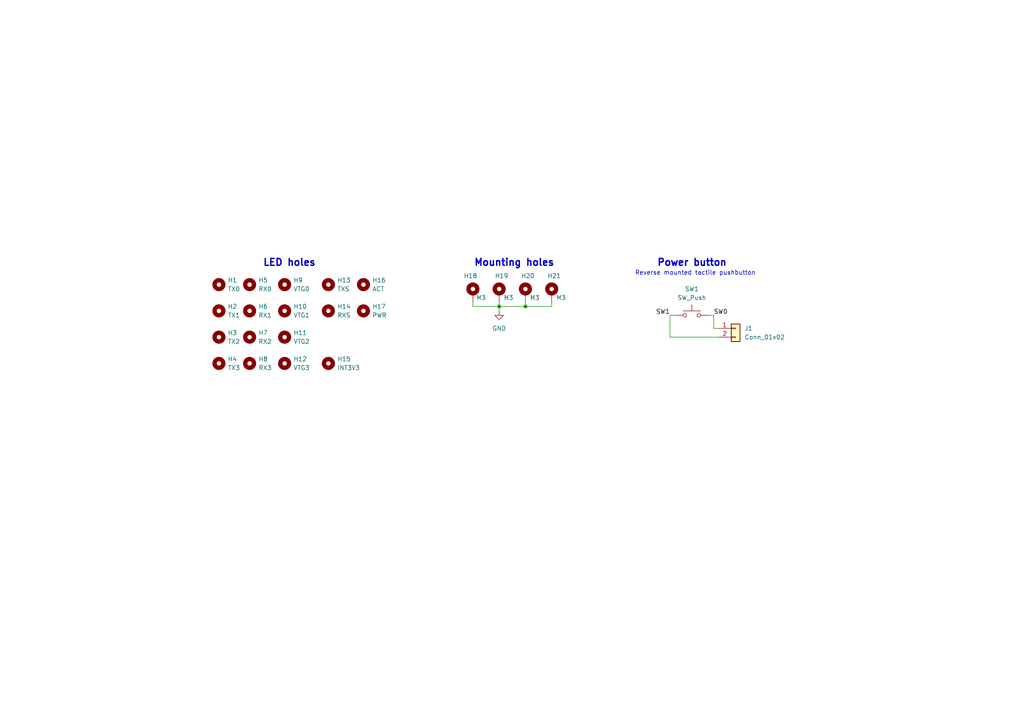
<source format=kicad_sch>
(kicad_sch (version 20230121) (generator eeschema)
  (paper "A4")
  (title_block (title "4WD UART front plate") (date "2022-08-19") (rev "2.0") (company "HEXEFX") (comment 1 "www.hexefx.com") (comment 2 "design: Piotr Zapart"))
  (lib_symbols
    (symbol "Connector_Generic:Conn_01x02" (pin_names (offset 1.016) hide)
      (property "Reference" "J" (at 0 2.54 0))
      (property "Value" "Conn_01x02" (at 0 -5.08 0))
      (symbol "Conn_01x02_1_1"
        (rectangle (start -1.27 -2.413) (end 0 -2.667) (stroke (width 0.1524)))
        (rectangle (start -1.27 0.127) (end 0 -0.127) (stroke (width 0.1524)))
        (rectangle (start -1.27 1.27) (end 1.27 -3.81) (stroke (width 0.254)) (fill (type background)))
        (pin passive line (at -5.08 0 0) (length 3.81) (name "Pin_1") (number "1"))
        (pin passive line (at -5.08 -2.54 0) (length 3.81) (name "Pin_2") (number "2"))
      )
    )
    (symbol "Mechanical:MountingHole" (pin_names (offset 1.016))
      (property "Reference" "H" (at 0 5.08 0))
      (property "Value" "MountingHole" (at 0 3.175 0))
      (symbol "MountingHole_0_1"
        (circle (center 0 0) (radius 1.27) (stroke (width 1.27)))
      )
    )
    (symbol "Mechanical:MountingHole_Pad" (pin_numbers hide) (pin_names (offset 1.016) hide)
      (property "Reference" "H" (at 0 6.35 0))
      (property "Value" "MountingHole_Pad" (at 0 4.445 0))
      (symbol "MountingHole_Pad_0_1"
        (circle (center 0 1.27) (radius 1.27) (stroke (width 1.27)))
      )
      (symbol "MountingHole_Pad_1_1"
        (pin input line (at 0 -2.54 90) (length 2.54) (name "1") (number "1"))
      )
    )
    (symbol "Switch:SW_Push" (pin_numbers hide) (pin_names (offset 1.016) hide)
      (property "Reference" "SW" (at 1.27 2.54 0))
      (property "Value" "SW_Push" (at 0 -1.524 0))
      (symbol "SW_Push_0_1"
        (circle (center -2.032 0) (radius 0.508))
        (polyline (pts (xy 0 1.27) (xy 0 3.048)))
        (polyline (pts (xy 2.54 1.27) (xy -2.54 1.27)))
        (circle (center 2.032 0) (radius 0.508))
        (pin passive line (at -5.08 0 0) (length 2.54) (name "1") (number "1"))
        (pin passive line (at 5.08 0 180) (length 2.54) (name "2") (number "2"))
      )
    )
    (symbol "power:GND" (power) (pin_names (offset 0))
      (property "Value" "GND" (at 0 -3.81 0))
      (symbol "GND_0_1"
        (polyline (pts (xy 0 0) (xy 0 -1.27) (xy 1.27 -1.27) (xy 0 -2.54) (xy -1.27 -1.27) (xy 0 -1.27)))
      )
      (symbol "GND_1_1"
        (pin power_in line (at 0 0 270) (length 0) hide (name "GND") (number "1"))
      )
    )
  )
  (junction (at 152.4 88.9))
  (junction (at 144.78 88.9))
  (wire (pts (xy 160.02 88.9) (xy 160.02 87.63)))
  (wire (pts (xy 144.78 88.9) (xy 144.78 90.17)))
  (wire (pts (xy 152.4 87.63) (xy 152.4 88.9)))
  (wire (pts (xy 205.74 91.44) (xy 207.01 91.44)))
  (wire (pts (xy 152.4 88.9) (xy 160.02 88.9)))
  (wire (pts (xy 137.16 88.9) (xy 144.78 88.9)))
  (wire (pts (xy 194.31 97.79) (xy 194.31 91.44)))
  (wire (pts (xy 137.16 87.63) (xy 137.16 88.9)))
  (wire (pts (xy 144.78 87.63) (xy 144.78 88.9)))
  (wire (pts (xy 144.78 88.9) (xy 152.4 88.9)))
  (wire (pts (xy 207.01 95.25) (xy 207.01 91.44)))
  (wire (pts (xy 194.31 91.44) (xy 195.58 91.44)))
  (wire (pts (xy 208.28 97.79) (xy 194.31 97.79)))
  (wire (pts (xy 208.28 95.25) (xy 207.01 95.25)))
  (text "Reverse mounted tactile pushbutton" (at 184.15 80.01 0) (effects (font (size 1.27 1.27)) (justify left bottom)))
  (text " Mounting holes" (at 135.89 77.47 0) (effects (font (size 2 2) (thickness 0.4) bold) (justify left bottom)))
  (text "LED holes" (at 76.2 77.47 0) (effects (font (size 2 2) (thickness 0.4) bold) (justify left bottom)))
  (text "Power button" (at 190.5 77.47 0) (effects (font (size 2 2) (thickness 0.4) bold) (justify left bottom)))
  (label "SW1" (at 194.31 91.44 180))
  (label "SW0" (at 207.01 91.44 0))
  (symbol (lib_id "Mechanical:MountingHole") (at 105.41 82.55 0) (unit 1)
    (property "Reference" "H16" (at 107.95 81.2799 0) (effects (justify left)))
    (property "Value" "ACT" (at 107.95 83.8199 0) (effects (justify left)))
    (property "Footprint" "MountingHole:MountingHole_2.2mm_M2_ISO7380" (effects hide))
  )
  (symbol (lib_id "Mechanical:MountingHole") (at 82.55 90.17 0) (unit 1)
    (property "Reference" "H10" (at 85.09 88.8999 0) (effects (justify left)))
    (property "Value" "VTG1" (at 85.09 91.4399 0) (effects (justify left)))
    (property "Footprint" "MountingHole:MountingHole_2.2mm_M2_ISO7380" (effects hide))
  )
  (symbol (lib_id "Mechanical:MountingHole") (at 72.39 90.17 0) (unit 1)
    (property "Reference" "H6" (at 74.93 88.8999 0) (effects (justify left)))
    (property "Value" "RX1" (at 74.93 91.4399 0) (effects (justify left)))
    (property "Footprint" "MountingHole:MountingHole_2.2mm_M2_ISO7380" (effects hide))
  )
  (symbol (lib_id "Mechanical:MountingHole") (at 63.5 90.17 0) (unit 1)
    (property "Reference" "H2" (at 66.04 88.8999 0) (effects (justify left)))
    (property "Value" "TX1" (at 66.04 91.4399 0) (effects (justify left)))
    (property "Footprint" "MountingHole:MountingHole_2.2mm_M2_ISO7380" (effects hide))
  )
  (symbol (lib_id "Mechanical:MountingHole") (at 95.25 90.17 0) (unit 1)
    (property "Reference" "H14" (at 97.79 88.8999 0) (effects (justify left)))
    (property "Value" "RXS" (at 97.79 91.4399 0) (effects (justify left)))
    (property "Footprint" "MountingHole:MountingHole_2.2mm_M2_ISO7380" (effects hide))
  )
  (symbol (lib_id "Mechanical:MountingHole") (at 72.39 97.79 0) (unit 1)
    (property "Reference" "H7" (at 74.93 96.5199 0) (effects (justify left)))
    (property "Value" "RX2" (at 74.93 99.0599 0) (effects (justify left)))
    (property "Footprint" "MountingHole:MountingHole_2.2mm_M2_ISO7380" (effects hide))
  )
  (symbol (lib_id "power:GND") (at 144.78 90.17 0) (unit 1)
    (property "Reference" "#PWR04" (effects hide))
    (property "Value" "GND" (at 144.78 95.25 0))
  )
  (symbol (lib_id "Mechanical:MountingHole") (at 95.25 82.55 0) (unit 1)
    (property "Reference" "H13" (at 97.79 81.2799 0) (effects (justify left)))
    (property "Value" "TXS" (at 97.79 83.8199 0) (effects (justify left)))
    (property "Footprint" "MountingHole:MountingHole_2.2mm_M2_ISO7380" (effects hide))
  )
  (symbol (lib_id "Mechanical:MountingHole") (at 105.41 90.17 0) (unit 1)
    (property "Reference" "H17" (at 107.95 88.8999 0) (effects (justify left)))
    (property "Value" "PWR" (at 107.95 91.4399 0) (effects (justify left)))
    (property "Footprint" "MountingHole:MountingHole_2.2mm_M2_ISO7380" (effects hide))
  )
  (symbol (lib_id "Mechanical:MountingHole") (at 72.39 105.41 0) (unit 1)
    (property "Reference" "H8" (at 74.93 104.1399 0) (effects (justify left)))
    (property "Value" "RX3" (at 74.93 106.6799 0) (effects (justify left)))
    (property "Footprint" "MountingHole:MountingHole_2.2mm_M2_ISO7380" (effects hide))
  )
  (symbol (lib_id "Connector_Generic:Conn_01x02") (at 213.36 95.25 0) (unit 1)
    (property "Reference" "J1" (at 215.9 95.2499 0) (effects (justify left)))
    (property "Value" "Conn_01x02" (at 215.9 97.7899 0) (effects (justify left)))
    (property "Footprint" "Connector_PinHeader_2.54mm:PinHeader_1x02_P2.54mm_Vertical_SMD_Pin1Left" (effects hide))
  )
  (symbol (lib_id "Mechanical:MountingHole") (at 82.55 97.79 0) (unit 1)
    (property "Reference" "H11" (at 85.09 96.5199 0) (effects (justify left)))
    (property "Value" "VTG2" (at 85.09 99.0599 0) (effects (justify left)))
    (property "Footprint" "MountingHole:MountingHole_2.2mm_M2_ISO7380" (effects hide))
  )
  (symbol (lib_id "Mechanical:MountingHole") (at 63.5 82.55 0) (unit 1)
    (property "Reference" "H1" (at 66.04 81.2799 0) (effects (justify left)))
    (property "Value" "TX0" (at 66.04 83.8199 0) (effects (justify left)))
    (property "Footprint" "MountingHole:MountingHole_2.2mm_M2_ISO7380" (effects hide))
  )
  (symbol (lib_id "Mechanical:MountingHole") (at 63.5 97.79 0) (unit 1)
    (property "Reference" "H3" (at 66.04 96.5199 0) (effects (justify left)))
    (property "Value" "TX2" (at 66.04 99.0599 0) (effects (justify left)))
    (property "Footprint" "MountingHole:MountingHole_2.2mm_M2_ISO7380" (effects hide))
  )
  (symbol (lib_id "Mechanical:MountingHole") (at 82.55 105.41 0) (unit 1)
    (property "Reference" "H12" (at 85.09 104.1399 0) (effects (justify left)))
    (property "Value" "VTG3" (at 85.09 106.6799 0) (effects (justify left)))
    (property "Footprint" "MountingHole:MountingHole_2.2mm_M2_ISO7380" (effects hide))
  )
  (symbol (lib_id "Mechanical:MountingHole") (at 63.5 105.41 0) (unit 1)
    (property "Reference" "H4" (at 66.04 104.1399 0) (effects (justify left)))
    (property "Value" "TX3" (at 66.04 106.6799 0) (effects (justify left)))
    (property "Footprint" "MountingHole:MountingHole_2.2mm_M2_ISO7380" (effects hide))
  )
  (symbol (lib_id "Mechanical:MountingHole_Pad") (at 160.02 85.09 0) (unit 1)
    (property "Reference" "H21" (at 158.75 80.01 0) (effects (justify left)))
    (property "Value" "M3" (at 161.29 86.36 0) (effects (justify left)))
    (property "Footprint" "MountingHole:MountingHole_3.2mm_M3_Pad_Via" (effects hide))
  )
  (symbol (lib_id "Mechanical:MountingHole_Pad") (at 137.16 85.09 0) (unit 1)
    (property "Reference" "H18" (at 138.43 80.01 0) (effects (justify right)))
    (property "Value" "M3" (at 140.97 86.36 0) (effects (justify right)))
    (property "Footprint" "MountingHole:MountingHole_3.2mm_M3_Pad_Via" (effects hide))
  )
  (symbol (lib_id "Mechanical:MountingHole") (at 72.39 82.55 0) (unit 1)
    (property "Reference" "H5" (at 74.93 81.2799 0) (effects (justify left)))
    (property "Value" "RX0" (at 74.93 83.8199 0) (effects (justify left)))
    (property "Footprint" "MountingHole:MountingHole_2.2mm_M2_ISO7380" (effects hide))
  )
  (symbol (lib_id "Mechanical:MountingHole") (at 82.55 82.55 0) (unit 1)
    (property "Reference" "H9" (at 85.09 81.2799 0) (effects (justify left)))
    (property "Value" "VTG0" (at 85.09 83.8199 0) (effects (justify left)))
    (property "Footprint" "MountingHole:MountingHole_2.2mm_M2_ISO7380" (effects hide))
  )
  (symbol (lib_id "Mechanical:MountingHole") (at 95.25 105.41 0) (unit 1)
    (property "Reference" "H15" (at 97.79 104.1399 0) (effects (justify left)))
    (property "Value" "INT3V3" (at 97.79 106.6799 0) (effects (justify left)))
    (property "Footprint" "MountingHole:MountingHole_2.2mm_M2_ISO7380" (effects hide))
  )
  (symbol (lib_id "Switch:SW_Push") (at 200.66 91.44 0) (unit 1)
    (property "Reference" "SW1" (at 200.66 83.82 0))
    (property "Value" "SW_Push" (at 200.66 86.36 0))
    (property "Footprint" "H_switches:SW_Push_1P1T_NO_6x6mm_H9.5mm_reverse_mount" (effects hide))
  )
  (symbol (lib_id "Mechanical:MountingHole_Pad") (at 144.78 85.09 0) (unit 1)
    (property "Reference" "H19" (at 143.51 80.01 0) (effects (justify left)))
    (property "Value" "M3" (at 146.05 86.36 0) (effects (justify left)))
    (property "Footprint" "MountingHole:MountingHole_3.2mm_M3_Pad_Via" (effects hide))
  )
  (symbol (lib_id "Mechanical:MountingHole_Pad") (at 152.4 85.09 0) (unit 1)
    (property "Reference" "H20" (at 151.13 80.01 0) (effects (justify left)))
    (property "Value" "M3" (at 153.67 86.36 0) (effects (justify left)))
    (property "Footprint" "MountingHole:MountingHole_3.2mm_M3_Pad_Via" (effects hide))
  )
)
</source>
